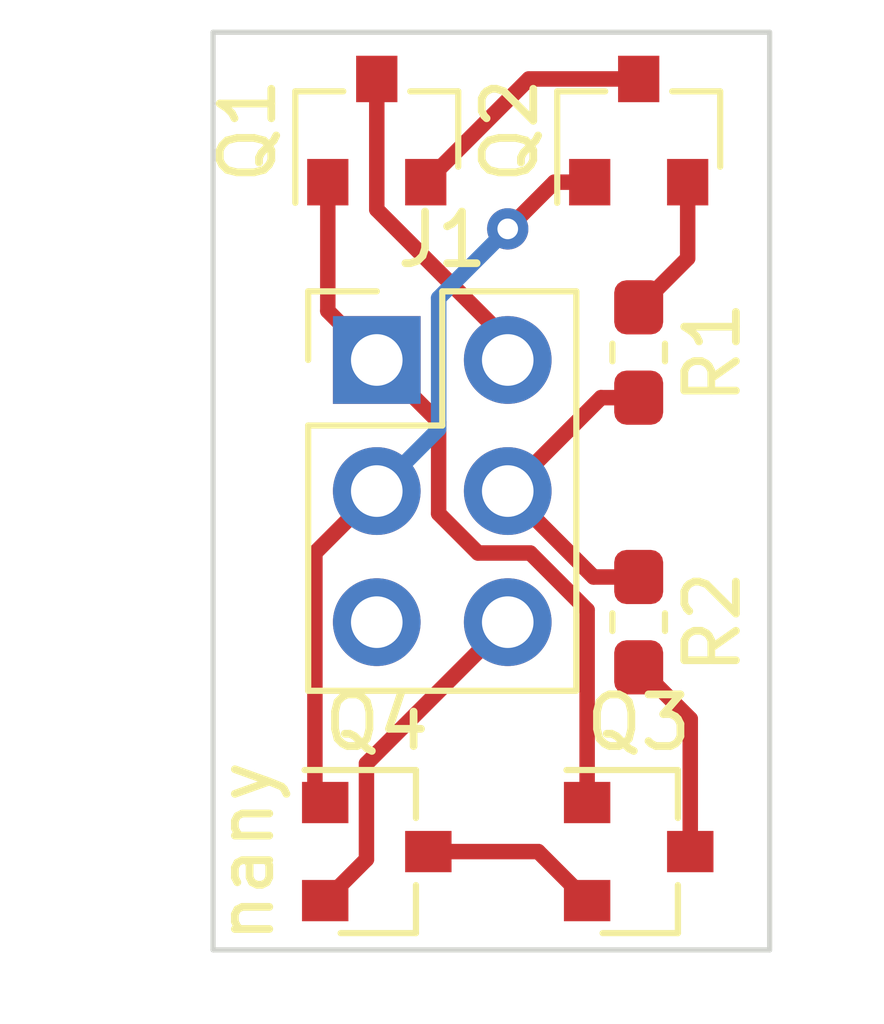
<source format=kicad_pcb>
(kicad_pcb (version 20171130) (host pcbnew 5.1.6)

  (general
    (thickness 1.6)
    (drawings 5)
    (tracks 36)
    (zones 0)
    (modules 7)
    (nets 11)
  )

  (page A4)
  (layers
    (0 F.Cu signal)
    (31 B.Cu signal)
    (32 B.Adhes user)
    (33 F.Adhes user)
    (34 B.Paste user)
    (35 F.Paste user)
    (36 B.SilkS user)
    (37 F.SilkS user)
    (38 B.Mask user)
    (39 F.Mask user)
    (40 Dwgs.User user)
    (41 Cmts.User user)
    (42 Eco1.User user)
    (43 Eco2.User user)
    (44 Edge.Cuts user)
    (45 Margin user)
    (46 B.CrtYd user)
    (47 F.CrtYd user)
    (48 B.Fab user)
    (49 F.Fab user)
  )

  (setup
    (last_trace_width 0.3)
    (user_trace_width 0.3)
    (trace_clearance 0.2)
    (zone_clearance 0.508)
    (zone_45_only no)
    (trace_min 0.2)
    (via_size 0.8)
    (via_drill 0.4)
    (via_min_size 0.4)
    (via_min_drill 0.3)
    (uvia_size 0.3)
    (uvia_drill 0.1)
    (uvias_allowed no)
    (uvia_min_size 0.2)
    (uvia_min_drill 0.1)
    (edge_width 0.05)
    (segment_width 0.2)
    (pcb_text_width 0.3)
    (pcb_text_size 1.5 1.5)
    (mod_edge_width 0.12)
    (mod_text_size 1 1)
    (mod_text_width 0.15)
    (pad_size 1.524 1.524)
    (pad_drill 0.762)
    (pad_to_mask_clearance 0.05)
    (aux_axis_origin 0 0)
    (visible_elements FFFFFF7F)
    (pcbplotparams
      (layerselection 0x010fc_ffffffff)
      (usegerberextensions false)
      (usegerberattributes true)
      (usegerberadvancedattributes true)
      (creategerberjobfile true)
      (excludeedgelayer true)
      (linewidth 0.100000)
      (plotframeref false)
      (viasonmask false)
      (mode 1)
      (useauxorigin false)
      (hpglpennumber 1)
      (hpglpenspeed 20)
      (hpglpendiameter 15.000000)
      (psnegative false)
      (psa4output false)
      (plotreference true)
      (plotvalue true)
      (plotinvisibletext false)
      (padsonsilk false)
      (subtractmaskfromsilk false)
      (outputformat 1)
      (mirror false)
      (drillshape 0)
      (scaleselection 1)
      (outputdirectory ""))
  )

  (net 0 "")
  (net 1 Vss)
  (net 2 "Net-(J1-Pad5)")
  (net 3 Out)
  (net 4 B)
  (net 5 Vdd)
  (net 6 A)
  (net 7 "Net-(Q1-Pad2)")
  (net 8 "Net-(Q2-Pad2)")
  (net 9 "Net-(Q3-Pad3)")
  (net 10 "Net-(Q3-Pad2)")

  (net_class Default "This is the default net class."
    (clearance 0.2)
    (trace_width 0.25)
    (via_dia 0.8)
    (via_drill 0.4)
    (uvia_dia 0.3)
    (uvia_drill 0.1)
    (add_net A)
    (add_net B)
    (add_net "Net-(J1-Pad5)")
    (add_net "Net-(Q1-Pad2)")
    (add_net "Net-(Q2-Pad2)")
    (add_net "Net-(Q3-Pad2)")
    (add_net "Net-(Q3-Pad3)")
    (add_net Out)
    (add_net Vdd)
    (add_net Vss)
  )

  (module Resistor_SMD:R_0603_1608Metric_Pad1.05x0.95mm_HandSolder (layer F.Cu) (tedit 5B301BBD) (tstamp 5FDEFD7A)
    (at 99.695 53.975 270)
    (descr "Resistor SMD 0603 (1608 Metric), square (rectangular) end terminal, IPC_7351 nominal with elongated pad for handsoldering. (Body size source: http://www.tortai-tech.com/upload/download/2011102023233369053.pdf), generated with kicad-footprint-generator")
    (tags "resistor handsolder")
    (path /5FDF3BDC)
    (attr smd)
    (fp_text reference R2 (at 0 -1.43 90) (layer F.SilkS)
      (effects (font (size 1 1) (thickness 0.15)))
    )
    (fp_text value 12k (at 0 1.43 90) (layer F.Fab)
      (effects (font (size 1 1) (thickness 0.15)))
    )
    (fp_text user %R (at 0 0 90) (layer F.Fab)
      (effects (font (size 0.4 0.4) (thickness 0.06)))
    )
    (fp_line (start -0.8 0.4) (end -0.8 -0.4) (layer F.Fab) (width 0.1))
    (fp_line (start -0.8 -0.4) (end 0.8 -0.4) (layer F.Fab) (width 0.1))
    (fp_line (start 0.8 -0.4) (end 0.8 0.4) (layer F.Fab) (width 0.1))
    (fp_line (start 0.8 0.4) (end -0.8 0.4) (layer F.Fab) (width 0.1))
    (fp_line (start -0.171267 -0.51) (end 0.171267 -0.51) (layer F.SilkS) (width 0.12))
    (fp_line (start -0.171267 0.51) (end 0.171267 0.51) (layer F.SilkS) (width 0.12))
    (fp_line (start -1.65 0.73) (end -1.65 -0.73) (layer F.CrtYd) (width 0.05))
    (fp_line (start -1.65 -0.73) (end 1.65 -0.73) (layer F.CrtYd) (width 0.05))
    (fp_line (start 1.65 -0.73) (end 1.65 0.73) (layer F.CrtYd) (width 0.05))
    (fp_line (start 1.65 0.73) (end -1.65 0.73) (layer F.CrtYd) (width 0.05))
    (pad 2 smd roundrect (at 0.875 0 270) (size 1.05 0.95) (layers F.Cu F.Paste F.Mask) (roundrect_rratio 0.25)
      (net 9 "Net-(Q3-Pad3)"))
    (pad 1 smd roundrect (at -0.875 0 270) (size 1.05 0.95) (layers F.Cu F.Paste F.Mask) (roundrect_rratio 0.25)
      (net 3 Out))
    (model ${KISYS3DMOD}/Resistor_SMD.3dshapes/R_0603_1608Metric.wrl
      (at (xyz 0 0 0))
      (scale (xyz 1 1 1))
      (rotate (xyz 0 0 0))
    )
  )

  (module Resistor_SMD:R_0603_1608Metric_Pad1.05x0.95mm_HandSolder (layer F.Cu) (tedit 5B301BBD) (tstamp 5FDEFD69)
    (at 99.695 48.75 270)
    (descr "Resistor SMD 0603 (1608 Metric), square (rectangular) end terminal, IPC_7351 nominal with elongated pad for handsoldering. (Body size source: http://www.tortai-tech.com/upload/download/2011102023233369053.pdf), generated with kicad-footprint-generator")
    (tags "resistor handsolder")
    (path /5FDF21BA)
    (attr smd)
    (fp_text reference R1 (at 0 -1.43 90) (layer F.SilkS)
      (effects (font (size 1 1) (thickness 0.15)))
    )
    (fp_text value 12k (at 0 1.43 90) (layer F.Fab)
      (effects (font (size 1 1) (thickness 0.15)))
    )
    (fp_text user %R (at 0 0 90) (layer F.Fab)
      (effects (font (size 0.4 0.4) (thickness 0.06)))
    )
    (fp_line (start -0.8 0.4) (end -0.8 -0.4) (layer F.Fab) (width 0.1))
    (fp_line (start -0.8 -0.4) (end 0.8 -0.4) (layer F.Fab) (width 0.1))
    (fp_line (start 0.8 -0.4) (end 0.8 0.4) (layer F.Fab) (width 0.1))
    (fp_line (start 0.8 0.4) (end -0.8 0.4) (layer F.Fab) (width 0.1))
    (fp_line (start -0.171267 -0.51) (end 0.171267 -0.51) (layer F.SilkS) (width 0.12))
    (fp_line (start -0.171267 0.51) (end 0.171267 0.51) (layer F.SilkS) (width 0.12))
    (fp_line (start -1.65 0.73) (end -1.65 -0.73) (layer F.CrtYd) (width 0.05))
    (fp_line (start -1.65 -0.73) (end 1.65 -0.73) (layer F.CrtYd) (width 0.05))
    (fp_line (start 1.65 -0.73) (end 1.65 0.73) (layer F.CrtYd) (width 0.05))
    (fp_line (start 1.65 0.73) (end -1.65 0.73) (layer F.CrtYd) (width 0.05))
    (pad 2 smd roundrect (at 0.875 0 270) (size 1.05 0.95) (layers F.Cu F.Paste F.Mask) (roundrect_rratio 0.25)
      (net 3 Out))
    (pad 1 smd roundrect (at -0.875 0 270) (size 1.05 0.95) (layers F.Cu F.Paste F.Mask) (roundrect_rratio 0.25)
      (net 8 "Net-(Q2-Pad2)"))
    (model ${KISYS3DMOD}/Resistor_SMD.3dshapes/R_0603_1608Metric.wrl
      (at (xyz 0 0 0))
      (scale (xyz 1 1 1))
      (rotate (xyz 0 0 0))
    )
  )

  (module Package_TO_SOT_SMD:SOT-23 (layer F.Cu) (tedit 5A02FF57) (tstamp 5FDEFD58)
    (at 94.615 58.42)
    (descr "SOT-23, Standard")
    (tags SOT-23)
    (path /5FDF9392)
    (attr smd)
    (fp_text reference Q4 (at 0 -2.5) (layer F.SilkS)
      (effects (font (size 1 1) (thickness 0.15)))
    )
    (fp_text value 2N7002 (at 0 2.5) (layer F.Fab)
      (effects (font (size 1 1) (thickness 0.15)))
    )
    (fp_line (start 0.76 1.58) (end -0.7 1.58) (layer F.SilkS) (width 0.12))
    (fp_line (start 0.76 -1.58) (end -1.4 -1.58) (layer F.SilkS) (width 0.12))
    (fp_line (start -1.7 1.75) (end -1.7 -1.75) (layer F.CrtYd) (width 0.05))
    (fp_line (start 1.7 1.75) (end -1.7 1.75) (layer F.CrtYd) (width 0.05))
    (fp_line (start 1.7 -1.75) (end 1.7 1.75) (layer F.CrtYd) (width 0.05))
    (fp_line (start -1.7 -1.75) (end 1.7 -1.75) (layer F.CrtYd) (width 0.05))
    (fp_line (start 0.76 -1.58) (end 0.76 -0.65) (layer F.SilkS) (width 0.12))
    (fp_line (start 0.76 1.58) (end 0.76 0.65) (layer F.SilkS) (width 0.12))
    (fp_line (start -0.7 1.52) (end 0.7 1.52) (layer F.Fab) (width 0.1))
    (fp_line (start 0.7 -1.52) (end 0.7 1.52) (layer F.Fab) (width 0.1))
    (fp_line (start -0.7 -0.95) (end -0.15 -1.52) (layer F.Fab) (width 0.1))
    (fp_line (start -0.15 -1.52) (end 0.7 -1.52) (layer F.Fab) (width 0.1))
    (fp_line (start -0.7 -0.95) (end -0.7 1.5) (layer F.Fab) (width 0.1))
    (fp_text user %R (at 0 0 90) (layer F.Fab)
      (effects (font (size 0.5 0.5) (thickness 0.075)))
    )
    (pad 1 smd rect (at -1 -0.95) (size 0.9 0.8) (layers F.Cu F.Paste F.Mask)
      (net 4 B))
    (pad 2 smd rect (at -1 0.95) (size 0.9 0.8) (layers F.Cu F.Paste F.Mask)
      (net 1 Vss))
    (pad 3 smd rect (at 1 0) (size 0.9 0.8) (layers F.Cu F.Paste F.Mask)
      (net 10 "Net-(Q3-Pad2)"))
    (model ${KISYS3DMOD}/Package_TO_SOT_SMD.3dshapes/SOT-23.wrl
      (at (xyz 0 0 0))
      (scale (xyz 1 1 1))
      (rotate (xyz 0 0 0))
    )
  )

  (module Package_TO_SOT_SMD:SOT-23 (layer F.Cu) (tedit 5A02FF57) (tstamp 5FDEFD43)
    (at 99.695 58.42)
    (descr "SOT-23, Standard")
    (tags SOT-23)
    (path /5FDF3E31)
    (attr smd)
    (fp_text reference Q3 (at 0 -2.5) (layer F.SilkS)
      (effects (font (size 1 1) (thickness 0.15)))
    )
    (fp_text value 2N7002 (at 0 2.5) (layer F.Fab)
      (effects (font (size 1 1) (thickness 0.15)))
    )
    (fp_line (start 0.76 1.58) (end -0.7 1.58) (layer F.SilkS) (width 0.12))
    (fp_line (start 0.76 -1.58) (end -1.4 -1.58) (layer F.SilkS) (width 0.12))
    (fp_line (start -1.7 1.75) (end -1.7 -1.75) (layer F.CrtYd) (width 0.05))
    (fp_line (start 1.7 1.75) (end -1.7 1.75) (layer F.CrtYd) (width 0.05))
    (fp_line (start 1.7 -1.75) (end 1.7 1.75) (layer F.CrtYd) (width 0.05))
    (fp_line (start -1.7 -1.75) (end 1.7 -1.75) (layer F.CrtYd) (width 0.05))
    (fp_line (start 0.76 -1.58) (end 0.76 -0.65) (layer F.SilkS) (width 0.12))
    (fp_line (start 0.76 1.58) (end 0.76 0.65) (layer F.SilkS) (width 0.12))
    (fp_line (start -0.7 1.52) (end 0.7 1.52) (layer F.Fab) (width 0.1))
    (fp_line (start 0.7 -1.52) (end 0.7 1.52) (layer F.Fab) (width 0.1))
    (fp_line (start -0.7 -0.95) (end -0.15 -1.52) (layer F.Fab) (width 0.1))
    (fp_line (start -0.15 -1.52) (end 0.7 -1.52) (layer F.Fab) (width 0.1))
    (fp_line (start -0.7 -0.95) (end -0.7 1.5) (layer F.Fab) (width 0.1))
    (fp_text user %R (at 0 0 90) (layer F.Fab)
      (effects (font (size 0.5 0.5) (thickness 0.075)))
    )
    (pad 1 smd rect (at -1 -0.95) (size 0.9 0.8) (layers F.Cu F.Paste F.Mask)
      (net 6 A))
    (pad 2 smd rect (at -1 0.95) (size 0.9 0.8) (layers F.Cu F.Paste F.Mask)
      (net 10 "Net-(Q3-Pad2)"))
    (pad 3 smd rect (at 1 0) (size 0.9 0.8) (layers F.Cu F.Paste F.Mask)
      (net 9 "Net-(Q3-Pad3)"))
    (model ${KISYS3DMOD}/Package_TO_SOT_SMD.3dshapes/SOT-23.wrl
      (at (xyz 0 0 0))
      (scale (xyz 1 1 1))
      (rotate (xyz 0 0 0))
    )
  )

  (module Package_TO_SOT_SMD:SOT-23 (layer F.Cu) (tedit 5A02FF57) (tstamp 5FDEFD2E)
    (at 99.695 44.45 90)
    (descr "SOT-23, Standard")
    (tags SOT-23)
    (path /5FDEF878)
    (attr smd)
    (fp_text reference Q2 (at 0 -2.5 90) (layer F.SilkS)
      (effects (font (size 1 1) (thickness 0.15)))
    )
    (fp_text value BSS84 (at 0 2.5 90) (layer F.Fab)
      (effects (font (size 1 1) (thickness 0.15)))
    )
    (fp_text user %R (at 0 0) (layer F.Fab)
      (effects (font (size 0.5 0.5) (thickness 0.075)))
    )
    (fp_line (start -0.7 -0.95) (end -0.7 1.5) (layer F.Fab) (width 0.1))
    (fp_line (start -0.15 -1.52) (end 0.7 -1.52) (layer F.Fab) (width 0.1))
    (fp_line (start -0.7 -0.95) (end -0.15 -1.52) (layer F.Fab) (width 0.1))
    (fp_line (start 0.7 -1.52) (end 0.7 1.52) (layer F.Fab) (width 0.1))
    (fp_line (start -0.7 1.52) (end 0.7 1.52) (layer F.Fab) (width 0.1))
    (fp_line (start 0.76 1.58) (end 0.76 0.65) (layer F.SilkS) (width 0.12))
    (fp_line (start 0.76 -1.58) (end 0.76 -0.65) (layer F.SilkS) (width 0.12))
    (fp_line (start -1.7 -1.75) (end 1.7 -1.75) (layer F.CrtYd) (width 0.05))
    (fp_line (start 1.7 -1.75) (end 1.7 1.75) (layer F.CrtYd) (width 0.05))
    (fp_line (start 1.7 1.75) (end -1.7 1.75) (layer F.CrtYd) (width 0.05))
    (fp_line (start -1.7 1.75) (end -1.7 -1.75) (layer F.CrtYd) (width 0.05))
    (fp_line (start 0.76 -1.58) (end -1.4 -1.58) (layer F.SilkS) (width 0.12))
    (fp_line (start 0.76 1.58) (end -0.7 1.58) (layer F.SilkS) (width 0.12))
    (pad 3 smd rect (at 1 0 90) (size 0.9 0.8) (layers F.Cu F.Paste F.Mask)
      (net 7 "Net-(Q1-Pad2)"))
    (pad 2 smd rect (at -1 0.95 90) (size 0.9 0.8) (layers F.Cu F.Paste F.Mask)
      (net 8 "Net-(Q2-Pad2)"))
    (pad 1 smd rect (at -1 -0.95 90) (size 0.9 0.8) (layers F.Cu F.Paste F.Mask)
      (net 4 B))
    (model ${KISYS3DMOD}/Package_TO_SOT_SMD.3dshapes/SOT-23.wrl
      (at (xyz 0 0 0))
      (scale (xyz 1 1 1))
      (rotate (xyz 0 0 0))
    )
  )

  (module Package_TO_SOT_SMD:SOT-23 (layer F.Cu) (tedit 5A02FF57) (tstamp 5FDEFD19)
    (at 94.615 44.45 90)
    (descr "SOT-23, Standard")
    (tags SOT-23)
    (path /5FDEED31)
    (attr smd)
    (fp_text reference Q1 (at 0 -2.5 90) (layer F.SilkS)
      (effects (font (size 1 1) (thickness 0.15)))
    )
    (fp_text value BSS84 (at 0 2.5 90) (layer F.Fab)
      (effects (font (size 1 1) (thickness 0.15)))
    )
    (fp_text user %R (at 0 0) (layer F.Fab)
      (effects (font (size 0.5 0.5) (thickness 0.075)))
    )
    (fp_line (start -0.7 -0.95) (end -0.7 1.5) (layer F.Fab) (width 0.1))
    (fp_line (start -0.15 -1.52) (end 0.7 -1.52) (layer F.Fab) (width 0.1))
    (fp_line (start -0.7 -0.95) (end -0.15 -1.52) (layer F.Fab) (width 0.1))
    (fp_line (start 0.7 -1.52) (end 0.7 1.52) (layer F.Fab) (width 0.1))
    (fp_line (start -0.7 1.52) (end 0.7 1.52) (layer F.Fab) (width 0.1))
    (fp_line (start 0.76 1.58) (end 0.76 0.65) (layer F.SilkS) (width 0.12))
    (fp_line (start 0.76 -1.58) (end 0.76 -0.65) (layer F.SilkS) (width 0.12))
    (fp_line (start -1.7 -1.75) (end 1.7 -1.75) (layer F.CrtYd) (width 0.05))
    (fp_line (start 1.7 -1.75) (end 1.7 1.75) (layer F.CrtYd) (width 0.05))
    (fp_line (start 1.7 1.75) (end -1.7 1.75) (layer F.CrtYd) (width 0.05))
    (fp_line (start -1.7 1.75) (end -1.7 -1.75) (layer F.CrtYd) (width 0.05))
    (fp_line (start 0.76 -1.58) (end -1.4 -1.58) (layer F.SilkS) (width 0.12))
    (fp_line (start 0.76 1.58) (end -0.7 1.58) (layer F.SilkS) (width 0.12))
    (pad 3 smd rect (at 1 0 90) (size 0.9 0.8) (layers F.Cu F.Paste F.Mask)
      (net 5 Vdd))
    (pad 2 smd rect (at -1 0.95 90) (size 0.9 0.8) (layers F.Cu F.Paste F.Mask)
      (net 7 "Net-(Q1-Pad2)"))
    (pad 1 smd rect (at -1 -0.95 90) (size 0.9 0.8) (layers F.Cu F.Paste F.Mask)
      (net 6 A))
    (model ${KISYS3DMOD}/Package_TO_SOT_SMD.3dshapes/SOT-23.wrl
      (at (xyz 0 0 0))
      (scale (xyz 1 1 1))
      (rotate (xyz 0 0 0))
    )
  )

  (module Connector_PinHeader_2.54mm:PinHeader_2x03_P2.54mm_Vertical (layer F.Cu) (tedit 59FED5CC) (tstamp 5FDEFD04)
    (at 94.615 48.895)
    (descr "Through hole straight pin header, 2x03, 2.54mm pitch, double rows")
    (tags "Through hole pin header THT 2x03 2.54mm double row")
    (path /5FE0640C)
    (fp_text reference J1 (at 1.27 -2.33) (layer F.SilkS)
      (effects (font (size 1 1) (thickness 0.15)))
    )
    (fp_text value Conn_02x03_Odd_Even (at 1.27 7.41) (layer F.Fab)
      (effects (font (size 1 1) (thickness 0.15)))
    )
    (fp_text user %R (at 1.27 2.54 90) (layer F.Fab)
      (effects (font (size 1 1) (thickness 0.15)))
    )
    (fp_line (start 0 -1.27) (end 3.81 -1.27) (layer F.Fab) (width 0.1))
    (fp_line (start 3.81 -1.27) (end 3.81 6.35) (layer F.Fab) (width 0.1))
    (fp_line (start 3.81 6.35) (end -1.27 6.35) (layer F.Fab) (width 0.1))
    (fp_line (start -1.27 6.35) (end -1.27 0) (layer F.Fab) (width 0.1))
    (fp_line (start -1.27 0) (end 0 -1.27) (layer F.Fab) (width 0.1))
    (fp_line (start -1.33 6.41) (end 3.87 6.41) (layer F.SilkS) (width 0.12))
    (fp_line (start -1.33 1.27) (end -1.33 6.41) (layer F.SilkS) (width 0.12))
    (fp_line (start 3.87 -1.33) (end 3.87 6.41) (layer F.SilkS) (width 0.12))
    (fp_line (start -1.33 1.27) (end 1.27 1.27) (layer F.SilkS) (width 0.12))
    (fp_line (start 1.27 1.27) (end 1.27 -1.33) (layer F.SilkS) (width 0.12))
    (fp_line (start 1.27 -1.33) (end 3.87 -1.33) (layer F.SilkS) (width 0.12))
    (fp_line (start -1.33 0) (end -1.33 -1.33) (layer F.SilkS) (width 0.12))
    (fp_line (start -1.33 -1.33) (end 0 -1.33) (layer F.SilkS) (width 0.12))
    (fp_line (start -1.8 -1.8) (end -1.8 6.85) (layer F.CrtYd) (width 0.05))
    (fp_line (start -1.8 6.85) (end 4.35 6.85) (layer F.CrtYd) (width 0.05))
    (fp_line (start 4.35 6.85) (end 4.35 -1.8) (layer F.CrtYd) (width 0.05))
    (fp_line (start 4.35 -1.8) (end -1.8 -1.8) (layer F.CrtYd) (width 0.05))
    (pad 6 thru_hole oval (at 2.54 5.08) (size 1.7 1.7) (drill 1) (layers *.Cu *.Mask)
      (net 1 Vss))
    (pad 5 thru_hole oval (at 0 5.08) (size 1.7 1.7) (drill 1) (layers *.Cu *.Mask)
      (net 2 "Net-(J1-Pad5)"))
    (pad 4 thru_hole oval (at 2.54 2.54) (size 1.7 1.7) (drill 1) (layers *.Cu *.Mask)
      (net 3 Out))
    (pad 3 thru_hole oval (at 0 2.54) (size 1.7 1.7) (drill 1) (layers *.Cu *.Mask)
      (net 4 B))
    (pad 2 thru_hole oval (at 2.54 0) (size 1.7 1.7) (drill 1) (layers *.Cu *.Mask)
      (net 5 Vdd))
    (pad 1 thru_hole rect (at 0 0) (size 1.7 1.7) (drill 1) (layers *.Cu *.Mask)
      (net 6 A))
    (model ${KISYS3DMOD}/Connector_PinHeader_2.54mm.3dshapes/PinHeader_2x03_P2.54mm_Vertical.wrl
      (at (xyz 0 0 0))
      (scale (xyz 1 1 1))
      (rotate (xyz 0 0 0))
    )
  )

  (gr_line (start 102.235 42.545) (end 102.235 60.325) (layer Edge.Cuts) (width 0.1))
  (gr_line (start 91.44 42.545) (end 102.235 42.545) (layer Edge.Cuts) (width 0.1))
  (gr_line (start 91.44 60.325) (end 91.44 42.545) (layer Edge.Cuts) (width 0.1))
  (gr_line (start 102.235 60.325) (end 91.44 60.325) (layer Edge.Cuts) (width 0.1))
  (gr_text "nany\n" (at 92.075 58.42 90) (layer F.SilkS)
    (effects (font (size 1 1) (thickness 0.15)))
  )

  (segment (start 94.415001 56.714999) (end 97.155 53.975) (width 0.3) (layer F.Cu) (net 1))
  (segment (start 94.415001 58.569999) (end 94.415001 56.714999) (width 0.3) (layer F.Cu) (net 1))
  (segment (start 93.615 59.37) (end 94.415001 58.569999) (width 0.3) (layer F.Cu) (net 1))
  (segment (start 98.82 53.1) (end 97.155 51.435) (width 0.3) (layer F.Cu) (net 3))
  (segment (start 99.695 53.1) (end 98.82 53.1) (width 0.3) (layer F.Cu) (net 3))
  (segment (start 98.965 49.625) (end 97.155 51.435) (width 0.3) (layer F.Cu) (net 3))
  (segment (start 99.695 49.625) (end 98.965 49.625) (width 0.3) (layer F.Cu) (net 3))
  (segment (start 93.414999 52.635001) (end 94.615 51.435) (width 0.3) (layer F.Cu) (net 4))
  (segment (start 93.414999 57.269999) (end 93.414999 52.635001) (width 0.3) (layer F.Cu) (net 4))
  (segment (start 93.615 57.47) (end 93.414999 57.269999) (width 0.3) (layer F.Cu) (net 4))
  (segment (start 98.745 45.45) (end 98.06 45.45) (width 0.3) (layer F.Cu) (net 4))
  (segment (start 98.06 45.45) (end 97.155 46.355) (width 0.3) (layer F.Cu) (net 4))
  (segment (start 97.155 46.355) (end 97.155 46.355) (width 0.3) (layer F.Cu) (net 4) (tstamp 5FDF07C7))
  (via (at 97.155 46.355) (size 0.8) (drill 0.4) (layers F.Cu B.Cu) (net 4))
  (segment (start 95.815001 50.234999) (end 94.615 51.435) (width 0.3) (layer B.Cu) (net 4))
  (segment (start 95.815001 47.694999) (end 95.815001 50.234999) (width 0.3) (layer B.Cu) (net 4))
  (segment (start 97.155 46.355) (end 95.815001 47.694999) (width 0.3) (layer B.Cu) (net 4))
  (segment (start 97.155 48.520002) (end 97.155 48.895) (width 0.3) (layer F.Cu) (net 5))
  (segment (start 94.615 45.980002) (end 97.155 48.520002) (width 0.3) (layer F.Cu) (net 5))
  (segment (start 94.615 43.45) (end 94.615 45.980002) (width 0.3) (layer F.Cu) (net 5))
  (segment (start 95.815001 50.095001) (end 94.615 48.895) (width 0.3) (layer F.Cu) (net 6))
  (segment (start 95.815001 51.871003) (end 95.815001 50.095001) (width 0.3) (layer F.Cu) (net 6))
  (segment (start 96.578999 52.635001) (end 95.815001 51.871003) (width 0.3) (layer F.Cu) (net 6))
  (segment (start 97.591003 52.635001) (end 96.578999 52.635001) (width 0.3) (layer F.Cu) (net 6))
  (segment (start 98.695 53.738998) (end 97.591003 52.635001) (width 0.3) (layer F.Cu) (net 6))
  (segment (start 98.695 57.47) (end 98.695 53.738998) (width 0.3) (layer F.Cu) (net 6))
  (segment (start 93.665 47.945) (end 94.615 48.895) (width 0.3) (layer F.Cu) (net 6))
  (segment (start 93.665 45.45) (end 93.665 47.945) (width 0.3) (layer F.Cu) (net 6))
  (segment (start 97.565 43.45) (end 95.565 45.45) (width 0.3) (layer F.Cu) (net 7))
  (segment (start 99.695 43.45) (end 97.565 43.45) (width 0.3) (layer F.Cu) (net 7))
  (segment (start 100.645 46.925) (end 99.695 47.875) (width 0.3) (layer F.Cu) (net 8))
  (segment (start 100.645 45.45) (end 100.645 46.925) (width 0.3) (layer F.Cu) (net 8))
  (segment (start 100.695 55.85) (end 99.695 54.85) (width 0.3) (layer F.Cu) (net 9))
  (segment (start 100.695 58.42) (end 100.695 55.85) (width 0.3) (layer F.Cu) (net 9))
  (segment (start 97.745 58.42) (end 98.695 59.37) (width 0.3) (layer F.Cu) (net 10))
  (segment (start 95.615 58.42) (end 97.745 58.42) (width 0.3) (layer F.Cu) (net 10))

)

</source>
